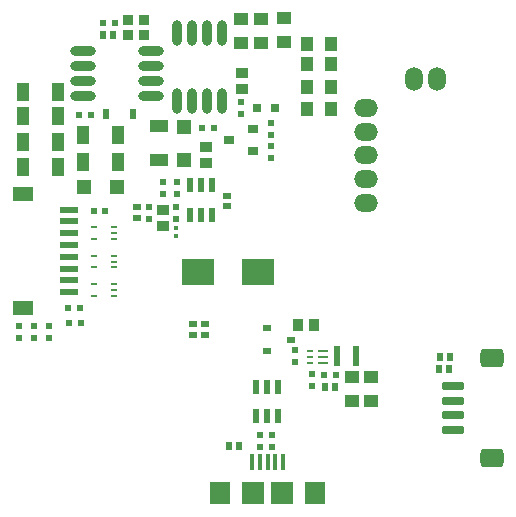
<source format=gtp>
G04*
G04 #@! TF.GenerationSoftware,Altium Limited,Altium Designer,24.10.1 (45)*
G04*
G04 Layer_Color=8421504*
%FSLAX25Y25*%
%MOIN*%
G70*
G04*
G04 #@! TF.SameCoordinates,1F7DBCF5-7643-4606-9888-D8ADD4ED05EF*
G04*
G04*
G04 #@! TF.FilePolarity,Positive*
G04*
G01*
G75*
%ADD20R,0.06299X0.04134*%
%ADD21R,0.02461X0.03268*%
%ADD22R,0.01968X0.02362*%
%ADD23R,0.04134X0.06299*%
%ADD24R,0.06102X0.02362*%
%ADD25R,0.07087X0.04724*%
%ADD26O,0.03150X0.08661*%
%ADD27R,0.03740X0.03347*%
%ADD28O,0.08661X0.03150*%
%ADD29R,0.02362X0.02520*%
%ADD30R,0.03937X0.03543*%
%ADD31R,0.02520X0.02362*%
%ADD32R,0.02362X0.01968*%
%ADD33R,0.10630X0.08661*%
%ADD34R,0.01575X0.01378*%
%ADD35R,0.04724X0.04724*%
%ADD36R,0.04724X0.04724*%
%ADD37R,0.03543X0.03150*%
%ADD38R,0.03150X0.03150*%
%ADD39R,0.03937X0.04724*%
%ADD40O,0.05906X0.07874*%
%ADD41O,0.07874X0.05906*%
G04:AMPARAMS|DCode=42|XSize=27.56mil|YSize=70.87mil|CornerRadius=4.13mil|HoleSize=0mil|Usage=FLASHONLY|Rotation=90.000|XOffset=0mil|YOffset=0mil|HoleType=Round|Shape=RoundedRectangle|*
%AMROUNDEDRECTD42*
21,1,0.02756,0.06260,0,0,90.0*
21,1,0.01929,0.07087,0,0,90.0*
1,1,0.00827,0.03130,0.00965*
1,1,0.00827,0.03130,-0.00965*
1,1,0.00827,-0.03130,-0.00965*
1,1,0.00827,-0.03130,0.00965*
%
%ADD42ROUNDEDRECTD42*%
G04:AMPARAMS|DCode=43|XSize=62.99mil|YSize=78.74mil|CornerRadius=15.75mil|HoleSize=0mil|Usage=FLASHONLY|Rotation=90.000|XOffset=0mil|YOffset=0mil|HoleType=Round|Shape=RoundedRectangle|*
%AMROUNDEDRECTD43*
21,1,0.06299,0.04724,0,0,90.0*
21,1,0.03150,0.07874,0,0,90.0*
1,1,0.03150,0.02362,0.01575*
1,1,0.03150,0.02362,-0.01575*
1,1,0.03150,-0.02362,-0.01575*
1,1,0.03150,-0.02362,0.01575*
%
%ADD43ROUNDEDRECTD43*%
%ADD44R,0.02756X0.02362*%
%ADD45R,0.03543X0.03937*%
%ADD46O,0.02362X0.00984*%
%ADD47O,0.03937X0.00787*%
%ADD48R,0.02362X0.07087*%
%ADD49R,0.04724X0.03937*%
%ADD50R,0.07480X0.07480*%
%ADD51R,0.07087X0.07480*%
%ADD52R,0.01575X0.05315*%
%ADD53R,0.02362X0.04724*%
%ADD54R,0.02400X0.00900*%
G04:AMPARAMS|DCode=55|XSize=49.21mil|YSize=23.23mil|CornerRadius=2.9mil|HoleSize=0mil|Usage=FLASHONLY|Rotation=270.000|XOffset=0mil|YOffset=0mil|HoleType=Round|Shape=RoundedRectangle|*
%AMROUNDEDRECTD55*
21,1,0.04921,0.01742,0,0,270.0*
21,1,0.04341,0.02323,0,0,270.0*
1,1,0.00581,-0.00871,-0.02170*
1,1,0.00581,-0.00871,0.02170*
1,1,0.00581,0.00871,0.02170*
1,1,0.00581,0.00871,-0.02170*
%
%ADD55ROUNDEDRECTD55*%
D20*
X52800Y121893D02*
D03*
Y133507D02*
D03*
D21*
X44144Y137402D02*
D03*
X35384D02*
D03*
D22*
X35069Y105200D02*
D03*
X31132D02*
D03*
X38189Y167717D02*
D03*
X34252D02*
D03*
X67323Y132677D02*
D03*
X71260D02*
D03*
X107874Y50394D02*
D03*
X111811D02*
D03*
X22842Y67832D02*
D03*
X26779D02*
D03*
X22742Y72832D02*
D03*
X26679D02*
D03*
X26378Y137008D02*
D03*
X30315D02*
D03*
D23*
X19193Y144882D02*
D03*
X7579D02*
D03*
X19193Y119685D02*
D03*
X7579D02*
D03*
X19193Y127953D02*
D03*
X7579D02*
D03*
X19193Y136614D02*
D03*
X7579D02*
D03*
X27657Y121260D02*
D03*
X39272D02*
D03*
X27657Y130315D02*
D03*
X39272D02*
D03*
D24*
X22835Y101575D02*
D03*
Y97638D02*
D03*
Y93701D02*
D03*
Y85827D02*
D03*
Y81890D02*
D03*
Y77953D02*
D03*
Y89764D02*
D03*
Y105512D02*
D03*
D25*
X7579Y110630D02*
D03*
Y72835D02*
D03*
D26*
X58780Y141732D02*
D03*
X63779D02*
D03*
X68779D02*
D03*
X73779D02*
D03*
X58780Y164331D02*
D03*
X63779D02*
D03*
X68779D02*
D03*
X73779D02*
D03*
D27*
X48031Y168701D02*
D03*
Y163583D02*
D03*
X42520Y163583D02*
D03*
Y168701D02*
D03*
D28*
X27677Y158287D02*
D03*
Y153287D02*
D03*
Y148287D02*
D03*
Y143287D02*
D03*
X50276Y158287D02*
D03*
Y153287D02*
D03*
Y148287D02*
D03*
Y143287D02*
D03*
D29*
X34268Y163800D02*
D03*
X37732D02*
D03*
X146457Y56299D02*
D03*
X149921D02*
D03*
X146299Y52362D02*
D03*
X149764D02*
D03*
X111575Y46457D02*
D03*
X108110D02*
D03*
X79685Y26772D02*
D03*
X76221D02*
D03*
D30*
X80709Y145768D02*
D03*
Y151083D02*
D03*
X68504Y126378D02*
D03*
Y121063D02*
D03*
X54331Y105315D02*
D03*
Y100000D02*
D03*
D31*
X75600Y106668D02*
D03*
Y110132D02*
D03*
X45669Y106220D02*
D03*
Y102756D02*
D03*
X68110Y63779D02*
D03*
Y67244D02*
D03*
X64173Y63779D02*
D03*
Y67244D02*
D03*
D32*
X49606Y106299D02*
D03*
Y102362D02*
D03*
X80315Y141339D02*
D03*
Y137402D02*
D03*
X90158Y134252D02*
D03*
Y130315D02*
D03*
Y122835D02*
D03*
Y126772D02*
D03*
X98425Y54724D02*
D03*
Y58661D02*
D03*
X86614Y26378D02*
D03*
Y30315D02*
D03*
X90551Y26378D02*
D03*
Y30315D02*
D03*
X6379Y66820D02*
D03*
Y62883D02*
D03*
X11279Y66757D02*
D03*
Y62820D02*
D03*
X16379Y66788D02*
D03*
Y62851D02*
D03*
X103937Y46850D02*
D03*
Y50787D02*
D03*
X58661Y106299D02*
D03*
Y102362D02*
D03*
X59055Y110630D02*
D03*
Y114567D02*
D03*
X54331Y114567D02*
D03*
Y110630D02*
D03*
D33*
X65945Y84646D02*
D03*
X86024D02*
D03*
D34*
X58661Y99410D02*
D03*
Y96850D02*
D03*
D35*
X61417Y133189D02*
D03*
X27835Y112992D02*
D03*
D36*
X61417Y121929D02*
D03*
X39094Y112992D02*
D03*
D37*
X76378Y128740D02*
D03*
X84252Y132480D02*
D03*
Y125000D02*
D03*
D38*
X85630Y139370D02*
D03*
X91535D02*
D03*
D39*
X110236Y138976D02*
D03*
X102362D02*
D03*
X110236Y146457D02*
D03*
X102362D02*
D03*
X110236Y153937D02*
D03*
X102362D02*
D03*
X110236Y160630D02*
D03*
X102362D02*
D03*
D40*
X137795Y149016D02*
D03*
X145669D02*
D03*
D41*
X122047Y139370D02*
D03*
Y131496D02*
D03*
Y123622D02*
D03*
Y115748D02*
D03*
Y107874D02*
D03*
D42*
X150787Y41831D02*
D03*
Y31988D02*
D03*
Y46752D02*
D03*
Y36909D02*
D03*
D43*
X163779Y22736D02*
D03*
Y56004D02*
D03*
D44*
X96850Y62205D02*
D03*
X88976Y58465D02*
D03*
Y65945D02*
D03*
D45*
X104626Y66929D02*
D03*
X99311D02*
D03*
D46*
X103347Y58268D02*
D03*
Y56299D02*
D03*
Y54331D02*
D03*
D47*
X107677Y58268D02*
D03*
Y56299D02*
D03*
Y54331D02*
D03*
D48*
X112205Y56693D02*
D03*
X118504D02*
D03*
D49*
X117323Y41732D02*
D03*
Y49606D02*
D03*
X123622Y41732D02*
D03*
Y49606D02*
D03*
X80315Y161024D02*
D03*
Y168898D02*
D03*
X87008Y161024D02*
D03*
Y168898D02*
D03*
X94488Y161417D02*
D03*
Y169291D02*
D03*
D50*
X84398Y10897D02*
D03*
X93847D02*
D03*
D51*
X73375D02*
D03*
X104871D02*
D03*
D52*
X84005Y21428D02*
D03*
X94241D02*
D03*
X86564D02*
D03*
X89123D02*
D03*
X91682D02*
D03*
D53*
X85236Y36614D02*
D03*
X88976D02*
D03*
X92716D02*
D03*
X85236Y46496D02*
D03*
X88976D02*
D03*
X92716D02*
D03*
D54*
X37996Y76771D02*
D03*
Y78740D02*
D03*
Y80709D02*
D03*
X31296Y80709D02*
D03*
Y76772D02*
D03*
X37802Y86220D02*
D03*
Y88189D02*
D03*
Y90158D02*
D03*
X31102Y90158D02*
D03*
Y86221D02*
D03*
X37802Y95669D02*
D03*
Y97638D02*
D03*
Y99607D02*
D03*
X31102Y99606D02*
D03*
Y95669D02*
D03*
D55*
X70669Y113602D02*
D03*
X66929D02*
D03*
X63189D02*
D03*
Y103720D02*
D03*
X66929D02*
D03*
X70669D02*
D03*
M02*

</source>
